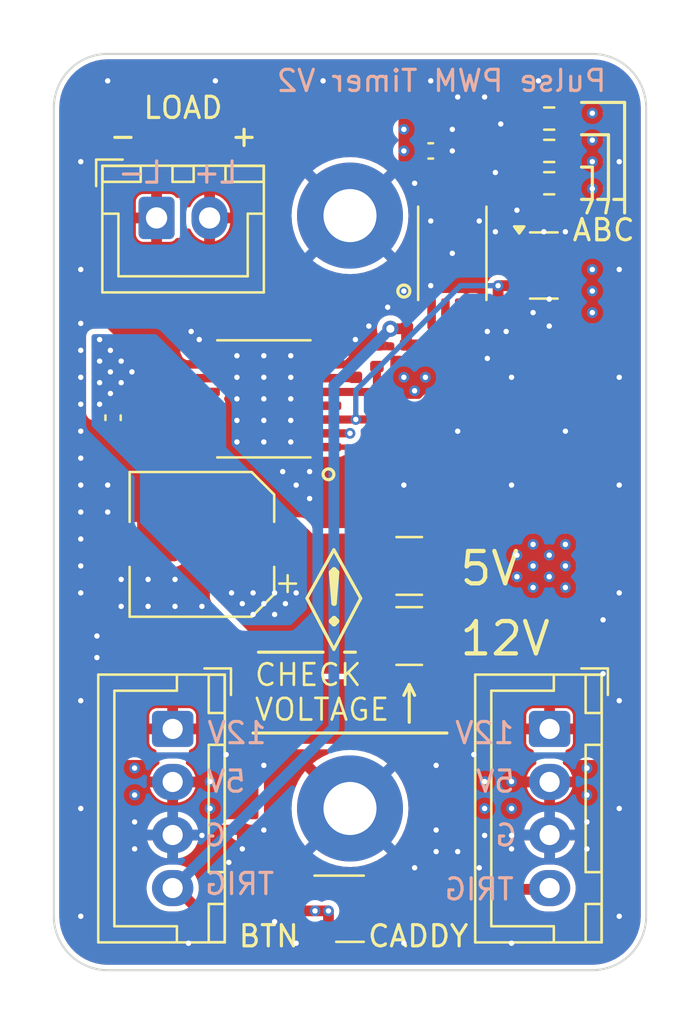
<source format=kicad_pcb>
(kicad_pcb (version 20240108) (generator "pcbnew") (generator_version "8.0")
  (layers (0 "F.Cu" signal) (1 "In1.Cu" signal) (2 "In2.Cu" signal) (31 "B.Cu" signal) (34 "B.Paste" user) (35 "F.Paste" user) (36 "B.SilkS" user "B.Silkscreen") (37 "F.SilkS" user "F.Silkscreen") (38 "B.Mask" user) (39 "F.Mask" user) (44 "Edge.Cuts" user))
  (net 0 "")
  (net 1 "GND")
  (net 2 "Net-(Q1-G)")
  (net 3 "+12V")
  (net 4 "+5V")
  (net 5 "Net-(U1-TR)")
  (net 6 "Net-(U1-CV)")
  (net 7 "Net-(U1-DIS)")
  (net 8 "BTN_TRIG")
  (net 9 "Net-(U2A-CPH)")
  (net 10 "Net-(U2A-CPL)")
  (net 11 "CADDY_TRIG")
  (net 12 "Net-(U2A-VCP)")
  (net 13 "Net-(U2A-VREF)")
  (net 14 "Net-(U2A-IPROPRI)")
  (net 16 "+VM")
  (net 17 "Net-(J3-Pin_1)")
  (net 18 "Net-(J3-Pin_2)")
  (net 19 "ON_DELAY")
  (net 20 "PULSE_OUT")
  (footprint "Capacitor_SMD:C_0402_1005Metric" (layer "F.Cu") (at 129.794 100.965 -90)
    (property "Reference" "C19" (hide yes))
    (property "Value" "100nF")
  )
  (footprint "Resistor_SMD:R_0402_1005Metric" (layer "F.Cu") (at 146.941 97.536)
    (property "Reference" "R6" (hide yes))
    (property "Value" "100k")
  )
  (footprint "Capacitor_SMD:C_0402_1005Metric" (layer "F.Cu") (at 131.572 99.977 90)
    (property "Reference" "C21" (hide yes))
    (property "Value" "100nF")
  )
  (footprint "Capacitor_SMD:C_0402_1005Metric" (layer "F.Cu") (at 142.72 101.092 180)
    (property "Reference" "C17" (hide yes))
    (property "Value" "10nF")
  )
  (footprint "Capacitor_SMD:C_0603_1608Metric" (layer "F.Cu") (at 146.812 87.63 90)
    (property "Reference" "C15" (hide yes))
    (property "Value" "10uF")
  )
  (footprint "Capacitor_SMD:C_0402_1005Metric" (layer "F.Cu") (at 145.034 97.536)
    (property "Reference" "C9" (hide yes))
    (property "Value" "1uF")
  )
  (footprint "Package_SO:HTSSOP-16-1EP_4.4x5mm_P0.65mm_EP3.4x5mm_Mask2.46x2.31mm" (layer "F.Cu") (at 136.906 100.076 180)
    (property "Reference" "U2" (hide yes))
    (property "Value" "DRV8876PWPR")
  )
  (footprint "MountingHole:MountingHole_2.5mm_Pad" (layer "F.Cu") (at 140.97 91.44)
    (property "Reference" "H2" (hide yes))
    (property "Value" "MountingHole_Pad" (hide yes))
  )
  (footprint "Package_TO_SOT_SMD:SOT-23" (layer "F.Cu") (at 140.97 124.1044)
    (property "Reference" "Q1" (hide yes))
    (property "Value" "SI2301CDS-T1-GE3" (hide yes))
  )
  (footprint "Capacitor_SMD:C_0402_1005Metric" (layer "F.Cu") (at 132.5372 101.1682 90)
    (property "Reference" "C20" (hide yes))
    (property "Value" "22nF")
  )
  (footprint "Connector_JST:JST_XH_B4B-XH-A_1x04_P2.50mm_Vertical" (layer "F.Cu") (at 132.605 115.63 -90)
    (property "Reference" "J2" (hide yes))
    (property "Value" "Action Output" (hide yes))
  )
  (footprint "Resistor_SMD:R_0402_1005Metric" (layer "F.Cu") (at 142.75 99.695 180)
    (property "Reference" "R10" (hide yes))
    (property "Value" "20k")
  )
  (footprint "Capacitor_SMD:C_0402_1005Metric" (layer "F.Cu") (at 150.876 96.012 180)
    (property "Reference" "C16" (hide yes))
    (property "Value" "100nF")
  )
  (footprint "Resistor_SMD:R_0603_1608Metric" (layer "F.Cu") (at 150.368 89.916)
    (property "Reference" "R7" (hide yes))
    (property "Value" "500k")
  )
  (footprint "Capacitor_SMD:C_0402_1005Metric" (layer "F.Cu") (at 146.05 119.888 -90)
    (property "Reference" "C8" (hide yes))
    (property "Value" "100nF")
  )
  (footprint "Capacitor_SMD:C_0402_1005Metric" (layer "F.Cu") (at 143.637 96.266 -90)
    (property "Reference" "C7" (hide yes))
    (property "Value" "10nF")
  )
  (footprint "Capacitor_SMD:C_0402_1005Metric" (layer "F.Cu") (at 146.05 122.71 -90)
    (property "Reference" "C4" (hide yes))
    (property "Value" "100nF")
  )
  (footprint "Capacitor_SMD:C_0805_2012Metric" (layer "F.Cu") (at 131.064 111.76 180)
    (property "Reference" "C13" (hide yes))
    (property "Value" "22uF")
  )
  (footprint "Connector_JST:JST_XH_B2B-XH-A_1x02_P2.50mm_Vertical" (layer "F.Cu") (at 131.846 91.55)
    (property "Reference" "J3" (hide yes))
    (property "Value" "Load")
  )
  (footprint "Capacitor_SMD:C_0402_1005Metric" (layer "F.Cu") (at 144.78 88.392)
    (property "Reference" "C2" (hide yes))
    (property "Value" "100nF")
  )
  (footprint "Resistor_SMD:R_0402_1005Metric" (layer "F.Cu") (at 143.637 98.044 90)
    (property "Reference" "R4" (hide yes))
    (property "Value" "100k")
  )
  (footprint "Capacitor_SMD:C_0402_1005Metric" (layer "F.Cu") (at 135.89 119.888 -90)
    (property "Reference" "C12" (hide yes))
    (property "Value" "100nF")
  )
  (footprint "Capacitor_SMD:C_0402_1005Metric" (layer "F.Cu") (at 148.435 96.012 180)
    (property "Reference" "C11" (hide yes))
    (property "Value" "10nF")
  )
  (footprint "Resistor_SMD:R_0402_1005Metric" (layer "F.Cu") (at 141.224 98.552 90)
    (property "Reference" "R12" (hide yes))
    (property "Value" "1k")
  )
  (footprint "Connector_JST:JST_XH_B4B-XH-A_1x04_P2.50mm_Vertical" (layer "F.Cu") (at 150.385 115.63 -90)
    (property "Reference" "J1" (hide yes))
    (property "Value" "Action Input")
  )
  (footprint "Resistor_SMD:R_0402_1005Metric" (layer "F.Cu") (at 142.24 98.044 90)
    (property "Reference" "R11" (hide yes))
    (property "Value" "27k")
  )
  (footprint "Capacitor_SMD:C_0402_1005Metric" (layer "F.Cu") (at 146.05 117.856 90)
    (property "Reference" "C6" (hide yes))
    (property "Value" "1uF")
  )
  (footprint "Capacitor_SMD:C_0402_1005Metric" (layer "F.Cu") (at 137.414 123.67 90)
    (property "Reference" "C3" (hide yes))
    (property "Value" "100nF")
  )
  (footprint "Capacitor_SMD:C_0402_1005Metric" (layer "F.Cu") (at 133.096 95.631)
    (property "Reference" "C22" (hide yes))
    (property "Value" "100nF")
  )
  (footprint "Fuse:Fuse_1210_3225Metric" (layer "F.Cu") (at 143.764 107.95 180)
    (property "Reference" "F1" (hide yes))
    (property "Value" "1.5A")
  )
  (footprint "Resistor_SMD:R_0402_1005Metric" (layer "F.Cu") (at 138.43 123.698 90)
    (property "Reference" "R2" (hide yes))
    (property "Value" "100k")
  )
  (footprint "Resistor_SMD:R_0402_1005Metric" (layer "F.Cu") (at 145.034 122.68 90)
    (property "Reference" "R3" (hide yes))
    (property "Value" "100k")
  )
  (footprint "Capacitor_SMD:C_0805_2012Metric" (layer "F.Cu") (at 151.892 111.76)
    (property "Reference" "C5" (hide yes))
    (property "Value" "22uF")
  )
  (footprint "Package_TO_SOT_SMD:SOT-23" (layer "F.Cu") (at 150.114 93.792)
    (property "Reference" "U3" (hide yes))
    (property "Value" "MAX809R")
  )
  (footprint "Capacitor_SMD:C_0402_1005Metric" (layer "F.Cu") (at 130.683 99.977 -90)
    (property "Reference" "C18" (hide yes))
    (property "Value" "100nF")
  )
  (footprint "Capacitor_SMD:C_0402_1005Metric" (layer "F.Cu") (at 135.89 117.856 90)
    (property "Reference" "C14" (hide yes))
    (property "Value" "1uF")
  )
  (footprint "Resistor_SMD:R_0603_1608Metric" (layer "F.Cu") (at 150.368 86.868)
    (property "Reference" "R9" (hide yes))
    (property "Value" "500k")
  )
  (footprint "Capacitor_SMD:C_0402_1005Metric" (layer "F.Cu") (at 148.082 90.678 90)
    (property "Reference" "C10" (hide yes))
    (property "Value" "10nF")
  )
  (footprint "Fuse:Fuse_1210_3225Metric" (layer "F.Cu") (at 143.764 111.252 180)
    (property "Reference" "F2" (hide yes))
    (property "Value" "1.5A")
  )
  (footprint "Resistor_SMD:R_0603_1608Metric" (layer "F.Cu") (at 150.368 88.392)
    (property "Reference" "R8" (hide yes))
    (property "Value" "500k")
  )
  (footprint "Package_SO:TSSOP-8_4.4x3mm_P0.65mm" (layer "F.Cu") (at 145.796 93.218 90)
    (property "Reference" "U1" (hide yes))
    (property "Value" "NE555PWR")
  )
  (footprint "Capacitor_SMD:CP_Elec_6.3x5.4" (layer "F.Cu") (at 133.985 106.934 180)
    (property "Reference" "C23" (hide yes))
    (property "Value" "47uF")
  )
  (footprint "MountingHole:MountingHole_2.5mm_Pad" (layer "F.Cu") (at 140.97 119.38)
    (property "Reference" "H1" (hide yes))
    (property "Value" "MountingHole_Pad" (hide yes))
  )
  (footprint "Resistor_SMD:R_0402_1005Metric" (layer "F.Cu") (at 145.034 98.552)
    (property "Reference" "R5" (hide yes))
    (property "Value" "100k")
  )
  (footprint "Capacitor_SMD:C_0402_1005Metric" (layer "F.Cu") (at 144.78 87.376)
    (property "Reference" "C1" (hide yes))
    (property "Value" "100nF")
  )
  (footprint "Resistor_SMD:R_0402_1005Metric" (layer "F.Cu") (at 136.398 123.698 90)
    (property "Reference" "R1" (hide yes))
    (property "Value" "1k")
  )
  (gr_line (start 152.654 90.678) (end 153.162 90.678) (stroke (width 0.15)) (layer "F.SilkS"))
  (gr_line (start 143.764 113.538) (end 143.51 114.046) (stroke (width 0.15)) (layer "F.SilkS"))
  (gr_line (start 145.542 115.824) (end 136.398 115.824) (stroke (width 0.15)) (layer "F.SilkS"))
  (gr_line (start 143.764 113.538) (end 144.018 114.046) (stroke (width 0.15)) (layer "F.SilkS"))
  (gr_line (start 141.478 109.474) (end 140.208 111.887) (stroke (width 0.15)) (layer "F.SilkS"))
  (gr_circle (center 139.954 103.632) (end 140.208 103.632) (stroke (width 0.15)) (fill none) (layer "F.SilkS"))
  (gr_line (start 136.652 112.014) (end 139.7 112.014) (stroke (width 0.15)) (layer "F.SilkS"))
  (gr_line (start 152.4 90.678) (end 152.146 91.313) (stroke (width 0.15)) (layer "F.SilkS"))
  (gr_line (start 143.764 113.538) (end 143.764 115.316) (stroke (width 0.15)) (layer "F.SilkS"))
  (gr_line (start 153.162 90.678) (end 153.035 91.313) (stroke (width 0.15)) (layer "F.SilkS"))
  (gr_line (start 153.924 90.678) (end 153.924 91.313) (stroke (width 0.15)) (layer "F.SilkS"))
  (gr_line (start 141.478 109.474) (end 140.208 107.188) (stroke (width 0.15)) (layer "F.SilkS"))
  (gr_line (start 153.416 90.678) (end 153.924 90.678) (stroke (width 0.15)) (layer "F.SilkS"))
  (gr_line (start 153.162 90.678) (end 153.162 87.63) (stroke (width 0.15)) (layer "F.SilkS"))
  (gr_circle (center 143.51 94.996) (end 143.764 94.869) (stroke (width 0.15)) (fill none) (layer "F.SilkS"))
  (gr_line (start 152.4 90.678) (end 152.4 89.154) (stroke (width 0.15)) (layer "F.SilkS"))
  (gr_line (start 141.224 112.014) (end 140.716 112.014) (stroke (width 0.15)) (layer "F.SilkS"))
  (gr_line (start 140.208 107.188) (end 138.938 109.474) (stroke (width 0.15)) (layer "F.SilkS"))
  (gr_line (start 153.162 87.63) (end 151.892 87.63) (stroke (width 0.15)) (layer "F.SilkS"))
  (gr_line (start 152.4 89.154) (end 151.892 89.154) (stroke (width 0.15)) (layer "F.SilkS"))
  (gr_line (start 140.208 111.887) (end 138.938 109.474) (stroke (width 0.15)) (layer "F.SilkS"))
  (gr_line (start 153.924 90.678) (end 153.924 86.106) (stroke (width 0.15)) (layer "F.SilkS"))
  (gr_line (start 153.924 86.106) (end 151.892 86.106) (stroke (width 0.15)) (layer "F.SilkS"))
  (gr_line (start 151.892 90.678) (end 152.4 90.678) (stroke (width 0.15)) (layer "F.SilkS"))
  (gr_line (start 127 124.46) (end 127 86.36) (stroke (width 0.1)) (layer "Edge.Cuts"))
  (gr_arc (start 129.54 127) (mid 127.743949 126.256051) (end 127 124.46) (stroke (width 0.1)) (layer "Edge.Cuts"))
  (gr_arc (start 154.94 124.46) (mid 154.196051 126.256051) (end 152.4 127) (stroke (width 0.1)) (layer "Edge.Cuts"))
  (gr_line (start 152.4 127) (end 129.54 127) (stroke (width 0.1)) (layer "Edge.Cuts"))
  (gr_arc (start 152.4 83.82) (mid 154.196051 84.563949) (end 154.94 86.36) (stroke (width 0.1)) (layer "Edge.Cuts"))
  (gr_arc (start 127 86.36) (mid 127.743949 84.563949) (end 129.54 83.82) (stroke (width 0.1)) (layer "Edge.Cuts"))
  (gr_line (start 154.94 86.36) (end 154.94 124.46) (stroke (width 0.1)) (layer "Edge.Cuts"))
  (gr_line (start 152.4 83.82) (end 129.54 83.82) (stroke (width 0.1)) (layer "Edge.Cuts"))
  (gr_text "G" (at 134.62 120.65 0) (layer "B.SilkS") (effects (font (size 1 1)) (justify mirror)))
  (gr_text "Pulse PWM Timer V2" (at 145.288 85.09 0) (layer "B.SilkS") (effects (font (size 1 1)) (justify mirror)))
  (gr_text "TRIG" (at 135.763 122.936 0) (layer "B.SilkS") (effects (font (size 1 1)) (justify mirror)))
  (gr_text "12V" (at 135.636 115.824 0) (layer "B.SilkS") (effects (font (size 1 1)) (justify mirror)))
  (gr_text "L+" (at 134.62 89.408 0) (layer "B.SilkS") (effects (font (size 1 1)) (justify mirror)))
  (gr_text "G" (at 148.336 120.65 0) (layer "B.SilkS") (effects (font (size 1 1)) (justify mirror)))
  (gr_text "5V" (at 135.128 118.11 0) (layer "B.SilkS") (effects (font (size 1 1)) (justify mirror)))
  (gr_text "12V" (at 147.32 115.824 0) (layer "B.SilkS") (effects (font (size 1 1)) (justify mirror)))
  (gr_text "TRIG" (at 147.066 123.19 0) (layer "B.SilkS") (effects (font (size 1 1)) (justify mirror)))
  (gr_text "5V" (at 147.828 118.11 0) (layer "B.SilkS") (effects (font (size 1 1)) (justify mirror)))
  (gr_text "L-" (at 131.064 89.408 0) (layer "B.SilkS") (effects (font (size 1 1)) (justify mirror)))
  (gr_text "C" (at 153.289 92.71 0) (layer "F.SilkS") (effects (font (size 1 1)) (justify left bottom)))
  (gr_text "LOAD" (at 133.096 86.36 0) (layer "F.SilkS") (effects (font (size 1 1))))
  (gr_text "5V" (at 146.05 108.966 0) (layer "F.SilkS") (effects (font (size 1.524 1.524) (thickness 0.2032)) (justify left bottom)))
  (gr_text "BTN" (at 135.636 125.984 0) (layer "F.SilkS") (effects (font (size 1 1)) (justify left bottom)))
  (gr_text "!" (at 139.446 110.998 0) (layer "F.SilkS") (effects (font (size 2.54 2.54) (thickness 0.254)) (justify left bottom)))
  (gr_text "12V" (at 146.05 112.268 0) (layer "F.SilkS") (effects (font (size 1.524 1.524) (thickness 0.2032)) (justify left bottom)))
  (gr_text "CADDY" (at 141.732 125.984 0) (layer "F.SilkS") (effects (font (size 1 1)) (justify left bottom)))
  (gr_text "CHECK\nVOLTAGE" (at 136.398 115.316 0) (layer "F.SilkS") (effects (font (size 1.016 1.016) (thickness 0.127)) (justify left bottom)))
  (gr_text "A" (at 151.384 92.71 0) (layer "F.SilkS") (effects (font (size 1 1)) (justify left bottom)))
  (gr_text "B" (at 152.273 92.71 0) (layer "F.SilkS") (effects (font (size 1 1)) (justify left bottom)))
  (gr_text "+" (at 135.255 88.265 0) (layer "F.SilkS") (effects (font (size 1 1)) (justify left bottom)))
  (gr_text "-" (at 129.54 88.265 0) (layer "F.SilkS") (effects (font (size 1 1)) (justify left bottom)))
  (segment (start 140.815 98.451) (end 139.7685 98.451) (width 0.381) (layer "F.Cu") (net 1))
  (segment (start 134.0435 102.351) (end 135.625 102.351) (width 0.25) (layer "F.Cu") (net 1))
  (segment (start 141.224 98.042) (end 140.815 98.451) (width 0.381) (layer "F.Cu") (net 1))
  (segment (start 134.0435 101.701) (end 135.535 101.701) (width 0.25) (layer "F.Cu") (net 1))
  (segment (start 139.7685 98.451) (end 138.023 98.451) (width 0.25) (layer "F.Cu") (net 1))
  (via (at 136.906 98.044) (size 0.508) (drill 0.254) (layers "F.Cu" "B.Cu") (net 1))
  (via (at 147.828 92.202) (size 0.508) (drill 0.254) (layers "F.Cu" "B.Cu") (net 1))
  (via (at 130.81 120.015) (size 0.508) (drill 0.254) (layers "F.Cu" "B.Cu") (net 1))
  (via (at 153.67 88.9) (size 0.508) (drill 0.254) (layers "F.Cu" "B.Cu") (net 1))
  (via (at 138.43 125.73) (size 0.508) (drill 0.254) (layers "F.Cu" "B.Cu") (net 1))
  (via (at 153.67 114.3) (size 0.508) (drill 0.254) (layers "F.Cu" "B.Cu") (net 1))
  (via (at 138.176 98.044) (size 0.508) (drill 0.254) (layers "F.Cu" "B.Cu") (net 1))
  (via (at 144.018 89.916) (size 0.508) (drill 0.254) (layers "F.Cu" "B.Cu") (net 1))
  (via (at 146.05 121.412) (size 0.508) (drill 0.254) (layers "F.Cu" "B.Cu") (net 1))
  (via (at 131.445 109.855) (size 0.508) (drill 0.254) (layers "F.Cu" "B.Cu") (net 1))
  (via (at 129.54 104.14) (size 0.508) (drill 0.254) (layers "F.Cu" "B.Cu") (net 1))
  (via (at 147.828 89.408) (size 0.508) (drill 0.254) (layers "F.Cu" "B.Cu") (net 1))
  (via (at 144.78 94.742) (size 0.508) (drill 0.254) (layers "F.Cu" "B.Cu") (net 1))
  (via (at 148.59 121.285) (size 0.508) (drill 0.254) (layers "F.Cu" "B.Cu") (net 1))
  (via (at 136.906 120.396) (size 0.508) (drill 0.254) (layers "F.Cu" "B.Cu") (net 1))
  (via (at 147.447 98.171) (size 0.508) (drill 0.254) (layers "F.Cu" "B.Cu") (net 1))
  (via (at 148.082 87.122) (size 0.508) (drill 0.254) (layers "F.Cu" "B.Cu") (net 1))
  (via (at 133.858 97.282) (size 0.508) (drill 0.254) (layers "F.Cu" "B.Cu") (net 1))
  (via (at 145.796 93.218) (size 0.508) (drill 0.254) (layers "F.Cu" "B.Cu") (net 1))
  (via (at 148.59 99.06) (size 0.508) (drill 0.254) (layers "F.Cu" "B.Cu") (net 1))
  (via (at 136.906 102.108) (size 0.508) (drill 0.254) (layers "F.Cu" "B.Cu") (net 1))
  (via (at 145.034 120.396) (size 0.508) (drill 0.254) (layers "F.Cu" "B.Cu") (net 1))
  (via (at 145.796 88.392) (size 0.508) (drill 0.254) (layers "F.Cu" "B.Cu") (net 1))
  (via (at 128.27 88.9) (size 0.508) (drill 0.254) (layers "F.Cu" "B.Cu") (net 1))
  (via (at 148.59 120.65) (size 0.508) (drill 0.254) (layers "F.Cu" "B.Cu") (net 1))
  (via (at 138.43 104.14) (size 0.508) (drill 0.254) (layers "F.Cu" "B.Cu") (net 1))
  (via (at 128.27 101.6) (size 0.508) (drill 0.254) (layers "F.Cu" "B.Cu") (net 1))
  (via (at 131.445 108.585) (size 0.508) (drill 0.254) (layers "F.Cu" "B.Cu") (net 1))
  (via (at 145.796 87.376) (size 0.508) (drill 0.254) (layers "F.Cu" "B.Cu") (net 1))
  (via (at 147.447 96.901) (size 0.508) (drill 0.254) (layers "F.Cu" "B.Cu") (net 1))
  (via (at 147.32 120.65) (size 0.508) (drill 0.254) (layers "F.Cu" "B.Cu") (net 1))
  (via (at 128.27 102.87) (size 0.508) (drill 0.254) (layers "F.Cu" "B.Cu") (net 1))
  (via (at 146.05 101.6) (size 0.508) (drill 0.254) (layers "F.Cu" "B.Cu") (net 1))
  (via (at 151.13 92.202) (size 0.508) (drill 0.254) (layers "F.Cu" "B.Cu") (net 1))
  (via (at 138.176 99.06) (size 0.508) (drill 0.254) (layers "F.Cu" "B.Cu") (net 1))
  (via (at 128.27 93.98) (size 0.508) (drill 0.254) (layers "F.Cu" "B.Cu") (net 1))
  (via (at 138.176 102.108) (size 0.508) (drill 0.254) (layers "F.Cu" "B.Cu") (net 1))
  (via (at 136.906 100.076) (size 0.508) (drill 0.254) (layers "F.Cu" "B.Cu") (net 1))
  (via (at 129.54 105.41) (size 0.508) (drill 0.254) (layers "F.Cu" "B.Cu") (net 1))
  (via (at 144.78 91.694) (size 0.508) (drill 0.254) (layers "F.Cu" "B.Cu") (net 1))
  (via (at 152.146 121.285) (size 0.508) (drill 0.254) (layers "F.Cu" "B.Cu") (net 1))
  (via (at 135.636 102.108) (size 0.508) (drill 0.254) (layers "F.Cu" "B.Cu") (net 1))
  (via (at 128.27 119.38) (size 0.508) (drill 0.254) (layers "F.Cu" "B.Cu") (net 1))
  (via (at 135.636 98.044) (size 0.508) (drill 0.254) (layers "F.Cu" "B.Cu") (net 1))
  (via (at 148.336 96.901) (size 0.508) (drill 0.254) (layers "F.Cu" "B.Cu") (net 1))
  (via (at 135.89 121.285) (size 0.508) (drill 0.254) (layers "F.Cu" "B.Cu") (net 1))
  (via (at 143.51 104.14) (size 0.508) (drill 0.254) (layers "F.Cu" "B.Cu") (net 1))
  (via (at 135.636 101.092) (size 0.508) (drill 0.254) (layers "F.Cu" "B.Cu") (net 1))
  (via (at 143.51 94.996) (size 0.508) (drill 0.254) (layers "F.Cu" "B.Cu") (net 1))
  (via (at 128.27 96.52) (size 0.508) (drill 0.254) (layers "F.Cu" "B.Cu") (net 1))
  (via (at 150.114 92.202) (size 0.508) (drill 0.254) (layers "F.Cu" "B.Cu") (net 1))
  (via (at 145.034 117.348) (size 0.508) (drill 0.254) (layers "F.Cu" "B.Cu") (net 1))
  (via (at 129.032 111.252) (size 0.508) (drill 0.254) (layers "F.Cu" "B.Cu") (net 1))
  (via (at 141.859 96.647) (size 0.508) (drill 0.254) (layers "F.Cu" "B.Cu") (net 1))
  (via (at 135.636 100.076) (size 0.508) (drill 0.254) (layers "F.Cu" "B.Cu") (net 1))
  (via (at 134.62 85.09) (size 0.508) (drill 0.254) (layers "F.Cu" "B.Cu") (net 1))
  (via (at 137.414 124.714) (size 0.508) (drill 0.254) (layers "F.Cu" "B.Cu") (net 1))
  (via (at 142.748 95.758) (size 0.508) (drill 0.254) (layers "F.Cu" "B.Cu") (net 1))
  (via (at 129.54 85.09) (size 0.508) (drill 0.254) (layers "F.Cu" "B.Cu") (net 1))
  (via (at 139.065 103.505) (size 0.508) (drill 0.254) (layers "F.Cu" "B.Cu") (net 1))
  (via (at 149.606 96.012) (size 0.508) (drill 0.254) (layers "F.Cu" "B.Cu") (net 1))
  (via (at 128.27 97.79) (size 0.508) (drill 0.254) (layers "F.Cu" "B.Cu") (net 1))
  (via (at 150.368 95.377) (size 0.508) (drill 0.254) (layers "F.Cu" "B.Cu") (net 1))
  (via (at 147.066 91.694) (size 0.508) (drill 0.254) (layers "F.Cu" "B.Cu") (net 1))
  (via (at 149.86 85.09) (size 0.508) (drill 0.254) (layers "F.Cu" "B.Cu") (net 1))
  (via (at 153.67 99.06) (size 0.508) (drill 0.254) (layers "F.Cu" "B.Cu") (net 1))
  (via (at 130.81 121.285) (size 0.508) (drill 0.254) (layers "F.Cu" "B.Cu") (net 1))
  (via (at 128.27 106.68) (size 0.508) (drill 0.254) (layers "F.Cu" "B.Cu") (net 1))
  (via (at 128.27 100.33) (size 0.508) (drill 0.254) (layers "F.Cu" "B.Cu") (net 1))
  (via (at 138.176 100.076) (size 0.508) (drill 0.254) (layers "F.Cu" "B.Cu") (net 1))
  (via (at 153.67 93.98) (size 0.508) (drill 0.254) (layers "F.Cu" "B.Cu") (net 1))
  (via (at 130.175 109.855) (size 0.508) (drill 0.254) (layers "F.Cu" "B.Cu") (net 1))
  (via (at 143.51 125.73) (size 0.508) (drill 0.254) (layers "F.Cu" "B.Cu") (net 1))
  (via (at 139.065 104.775) (size 0.508) (drill 0.254) (layers "F.Cu" "B.Cu") (net 1))
  (via (at 148.59 125.73) (size 0.508) (drill 0.254) (layers "F.Cu" "B.Cu") (net 1))
  (via (at 133.985 120.65) (size 0.508) (drill 0.254) (layers "F.Cu" "B.Cu") (net 1))
  (via (at 147.066 122.174) (size 0.508) (drill 0.254) (layers "F.Cu" "B.Cu") (net 1))
  (via (at 152.146 120.015) (size 0.508) (drill 0.254) (layers "F.Cu" "B.Cu") (net 1))
  (via (at 137.795 103.505) (size 0.508) (drill 0.254) (layers "F.Cu" "B.Cu") (net 1))
  (via (at 128.27 124.46) (size 0.508) (drill 0.254) (layers "F.Cu" "B.Cu") (net 1))
  (via (at 136.906 101.092) (size 0.508) (drill 0.254) (layers "F.Cu" "B.Cu") (net 1))
  (via (at 153.67 109.22) (size 0.508) (drill 0.254) (layers "F.Cu" "B.Cu") (net 1))
  (via (at 133.985 109.855) (size 0.508) (drill 0.254) (layers "F.Cu" "B.Cu") (net 1))
  (via (at 153.67 104.14) (size 0.508) (drill 0.254) (layers "F.Cu" "B.Cu") (net 1))
  (via (at 141.224 97.282) (size 0.508) (drill 0.254) (layers "F.Cu" "B.Cu") (net 1))
  (via (at 135.128 116.84) (size 0.508) (drill 0.254) (layers "F.Cu" "B.Cu") (net 1))
  (via (at 130.175 108.585) (size 0.508) (drill 0.254) (layers "F.Cu" "B.Cu") (net 1))
  (via (at 128.27 99.06) (size 0.508) (drill 0.254) (layers "F.Cu" "B.Cu") (net 1))
  (via (at 146.812 116.84) (size 0.508) (drill 0.254) (layers "F.Cu" "B.Cu") (net 1))
  (via (at 129.032 112.268) (size 0.508) (drill 0.254) (layers "F.Cu" "B.Cu") (net 1))
  (via (at 128.27 114.3) (size 0.508) (drill 0.254) (layers "F.Cu" "B.Cu") (net 1))
  (via (at 152.908 110.49) (size 0.508) (drill 0.254) (layers "F.Cu" "B.Cu") (net 1))
  (via (at 144.78 85.09) (size 0.508) (drill 0.254) (layers "F.Cu" "B.Cu") (net 1))
  (via (at 145.034 121.412) (size 0.508) (drill 0.254) (layers "F.Cu" "B.Cu") (net 1))
  (via (at 148.59 104.14) (size 0.508) (drill 0.254) (layers "F.Cu" "B.Cu") (net 1))
  (via (at 146.05 85.852) (size 0.508) (drill 0.254) (layers "F.Cu" "B.Cu") (net 1))
  (via (at 128.27 109.22) (size 0.508) (drill 0.254) (layers "F.Cu" "B.Cu") (net 1))
  (via (at 132.715 108.585) (size 0.508) (drill 0.254) (layers "F.Cu" "B.Cu") (net 1))
  (via (at 139.7 85.09) (size 0.508) (drill 0.254) (layers "F.Cu" "B.Cu") (net 1))
  (via (at 152.908 113.03) (size 0.508) (drill 0.254) (layers "F.Cu" "B.Cu") (net 1))
  (via (at 136.906 117.348) (size 0.508) (drill 0.254) (layers "F.Cu" "B.Cu") (net 1))
  (via (at 136.906 99.06) (size 0.508) (drill 0.254) (layers "F.Cu" "B.Cu") (net 1))
  (via (at 147.32 85.852) (size 0.508) (drill 0.254) (layers "F.Cu" "B.Cu") (net 1))
  (via (at 150.368 96.647) (size 0.508) (drill 0.254) (layers "F.Cu" "B.Cu") (net 1))
  (via (at 135.636 99.06) (size 0.508) (drill 0.254) (layers "F.Cu" "B.Cu") (net 1))
  (via (at 153.67 119.38) (size 0.508) (drill 0.254) (layers "F.Cu" "B.Cu") (net 1))
  (via (at 128.27 105.41) (size 0.508) (drill 0.254) (layers "F.Cu" "B.Cu") (net 1))
  (via (at 138.176 101.092) (size 0.508) (drill 0.254) (layers "F.Cu" "B.Cu") (net 1))
  (via (at 133.477 96.901) (size 0.508) (drill 0.254) (layers "F.Cu" "B.Cu") (net 1))
  (via (at 132.715 109.855) (size 0.508) (drill 0.254) (layers "F.Cu" "B.Cu") (net 1))
  (via (at 153.67 124.46) (size 0.508) (drill 0.254) (layers "F.Cu" "B.Cu") (net 1))
  (via (at 151.13 101.6) (size 0.508) (drill 0.254) (layers "F.Cu" "B.Cu") (net 1))
  (via (at 144.018 122.174) (size 0.508) (drill 0.254) (layers "F.Cu" "B.Cu") (net 1))
  (via (at 128.27 104.14) (size 0.508) (drill 0.254) (layers "F.Cu" "B.Cu") (net 1))
  (via (at 135.255 121.92) (size 0.508) (drill 0.254) (layers "F.Cu" "B.Cu") (net 1))
  (via (at 133.35 125.73) (size 0.508) (drill 0.254) (layers "F.Cu" "B.Cu") (net 1))
  (via (at 128.27 107.95) (size 0.508) (drill 0.254) (layers "F.Cu" "B.Cu") (net 1))
  (via (at 148.844 91.186) (size 0.508) (drill 0.254) (layers "F.Cu" "B.Cu") (net 1))
  (segment (start 138.43 123.188) (end 139.9989 123.188) (width 0.508) (layer "F.Cu") (net 2))
  (segment (start 137.414 123.19) (end 138.428 123.19) (width 0.508) (layer "F.Cu") (net 2))
  (segment (start 136.398 123.188) (end 137.412 123.188) (width 0.508) (layer "F.Cu") (net 2))
  (segment (start 138.428 123.19) (end 138.43 123.188) (width 0.508) (layer "F.Cu") (net 2))
  (segment (start 137.412 123.188) (end 137.414 123.19) (width 0.508) (layer "F.Cu") (net 2))
  (segment (start 139.9989 123.188) (end 140.0325 123.1544) (width 0.508) (layer "F.Cu") (net 2))
  (segment (start 139.954 124.206) (end 138.432 124.206) (width 0.508) (layer "F.Cu") (net 4))
  (segment (start 140.97 101.701) (end 139.7685 101.701) (width 0.381) (layer "F.Cu") (net 4))
  (segment (start 139.954 124.9759) (end 140.0325 125.0544) (width 0.508) (layer "F.Cu") (net 4))
  (segment (start 138.432 124.206) (end 138.43 124.208) (width 0.508) (layer "F.Cu") (net 4))
  (segment (start 139.954 124.206) (end 139.954 124.9759) (width 0.508) (layer "F.Cu") (net 4))
  (via (at 130.81 118.745) (size 0.508) (drill 0.254) (layers "F.Cu" "B.Cu") (net 4))
  (via (at 143.51 87.376) (size 0.508) (drill 0.254) (layers "F.Cu" "B.Cu") (net 4))
  (via (at 151.13 107.95) (size 0.508) (drill 0.254) (layers "F.Cu" "B.Cu") (net 4))
  (via (at 134.366 119.38) (size 0.508) (drill 0.254) (layers "F.Cu" "B.Cu") (net 4))
  (via (at 139.319 124.206) (size 0.508) (drill 0.254) (layers "F.Cu" "B.Cu") (net 4))
  (via (at 152.4 90.17) (size 0.508) (drill 0.254) (layers "F.Cu" "B.Cu") (net 4))
  (via (at 147.32 119.38) (size 0.508) (drill 0.254) (layers "F.Cu" "B.Cu") (net 4))
  (via (at 147.32 118.11) (size 0.508) (drill 0.254) (layers "F.Cu" "B.Cu") (net 4))
  (via (at 152.4 86.614) (size 0.508) (drill 0.254) (layers "F.Cu" "B.Cu") (net 4))
  (via (at 149.606 108.966) (size 0.508) (drill 0.254) (layers "F.Cu" "B.Cu") (net 4))
  (via (at 149.606 106.934) (size 0.508) (drill 0.254) (layers "F.Cu" "B.Cu") (net 4))
  (via (at 134.366 118.11) (size 0.508) (drill 0.254) (layers "F.Cu" "B.Cu") (net 4))
  (via (at 152.4 88.9) (size 0.508) (drill 0.254) (layers "F.Cu" "B.Cu") (net 4))
  (via (at 143.51 88.392) (size 0.508) (drill 0.254) (layers "F.Cu" "B.Cu") (net 4))
  (via (at 152.4 87.884) (size 0.508) (drill 0.254) (layers "F.Cu" "B.Cu") (net 4))
  (via (at 149.606 107.95) (size 0.508) (drill 0.254) (layers "F.Cu" "B.Cu") (net 4))
  (via (at 148.844 107.442) (size 0.508) (drill 0.254) (layers "F.Cu" "B.Cu") (net 4))
  (via (at 139.954 124.206) (size 0.508) (drill 0.254) (layers "F.Cu" "B.Cu") (net 4))
  (via (at 150.368 108.458) (size 0.508) (drill 0.254) (layers "F.Cu" "B.Cu") (net 4))
  (via (at 148.59 118.11) (size 0.508) (drill 0.254) (layers "F.Cu" "B.Cu") (net 4))
  (via (at 152.146 118.745) (size 0.508) (drill 0.254) (layers "F.Cu" "B.Cu") (net 4))
  (via (at 148.844 108.458) (size 0.508) (drill 0.254) (layers "F.Cu" "B.Cu") (net 4))
  (via (at 152.4 93.98) (size 0.508) (drill 0.254) (layers "F.Cu" "B.Cu") (net 4))
  (via (at 150.368 107.442) (size 0.508) (drill 0.254) (layers "F.Cu" "B.Cu") (net 4))
  (via (at 151.13 106.934) (size 0.508) (drill 0.254) (layers "F.Cu" "B.Cu") (net 4))
  (via (at 151.13 108.966) (size 0.508) (drill 0.254) (layers "F.Cu" "B.Cu") (net 4))
  (via (at 144.526 99.06) (size 0.508) (drill 0.254) (layers "F.Cu" "B.Cu") (net 4))
  (via (at 143.51 99.06) (size 0.508) (drill 0.254) (layers "F.Cu" "B.Cu") (net 4))
  (via (at 144.018 99.695) (size 0.508) (drill 0.254) (layers "F.Cu" "B.Cu") (net 4))
  (via (at 152.146 117.475) (size 0.508) (drill 0.254) (layers "F.Cu" "B.Cu") (net 4))
  (via (at 130.81 117.475) (size 0.508) (drill 0.254) (layers "F.Cu" "B.Cu") (net 4))
  (via (at 140.97 101.701) (size 0.508) (drill 0.254) (layers "F.Cu" "B.Cu") (net 4))
  (via (at 148.59 119.38) (size 0.508) (drill 0.254) (layers "F.Cu" "B.Cu") (net 4))
  (via (at 152.4 94.996) (size 0.508) (drill 0.254) (layers "F.Cu" "B.Cu") (net 4))
  (via (at 152.4 96.012) (size 0.508) (drill 0.254) (layers "F.Cu" "B.Cu") (net 4))
  (segment (start 145.471 96.0805) (end 145.471 97.493) (width 0.25) (layer "F.Cu") (net 5))
  (segment (start 145.471 97.493) (end 145.514 97.536) (width 0.25) (layer "F.Cu") (net 5))
  (segment (start 145.514 98.522) (end 145.544 98.552) (width 0.25) (layer "F.Cu") (net 5))
  (segment (start 145.514 97.536) (end 145.514 98.522) (width 0.508) (layer "F.Cu") (net 5))
  (segment (start 146.9285 90.198) (end 146.771 90.3555) (width 0.25) (layer "F.Cu") (net 6))
  (segment (start 148.082 90.198) (end 146.9285 90.198) (width 0.508) (layer "F.Cu") (net 6))
  (segment (start 145.471 89.225) (end 145.471 90.3555) (width 0.254) (layer "F.Cu") (net 7))
  (segment (start 146.121 89.096) (end 145.6 89.096) (width 0.254) (layer "F.Cu") (net 7))
  (segment (start 146.812 88.405) (end 146.121 89.096) (width 0.381) (layer "F.Cu") (net 7))
  (segment (start 146.121 89.096) (end 146.121 90.3555) (width 0.254) (layer "F.Cu") (net 7))
  (segment (start 145.6 89.096) (end 145.471 89.225) (width 0.254) (layer "F.Cu") (net 7))
  (segment (start 144.552 97.534) (end 144.554 97.536) (width 0.25) (layer "F.Cu") (net 8))
  (segment (start 143.609 96.774) (end 143.637 96.746) (width 0.25) (layer "F.Cu") (net 8))
  (segment (start 142.875 96.774) (end 143.609 96.774) (width 0.508) (layer "F.Cu") (net 8))
  (segment (start 132.782 123.13) (end 133.86 124.208) (width 0.508) (layer "F.Cu") (net 8))
  (segment (start 133.86 124.208) (end 136.398 124.208) (width 0.508) (layer "F.Cu") (net 8))
  (segment (start 143.637 97.534) (end 144.552 97.534) (width 0.508) (layer "F.Cu") (net 8))
  (segment (start 132.605 123.13) (end 132.782 123.13) (width 0.508) (layer "F.Cu") (net 8))
  (segment (start 143.637 97.534) (end 143.637 96.746) (width 0.508) (layer "F.Cu") (net 8))
  (via (at 142.875 96.774) (size 0.762) (drill 0.381) (layers "F.Cu" "B.Cu") (net 8))
  (segment (start 140.208 99.441) (end 140.208 115.57) (width 0.508) (layer "B.Cu") (net 8))
  (segment (start 142.875 96.774) (end 140.208 99.441) (width 0.508) (layer "B.Cu") (net 8))
  (segment (start 140.208 115.57) (end 132.648 123.13) (width 0.508) (layer "B.Cu") (net 8))
  (segment (start 132.648 123.13) (end 132.605 123.13) (width 0.508) (layer "B.Cu") (net 8))
  (segment (start 133.014988 100.6882) (end 133.302188 100.401) (width 0.25) (layer "F.Cu") (net 9))
  (segment (start 133.302188 100.401) (end 134.0435 100.401) (width 0.25) (layer "F.Cu") (net 9))
  (segment (start 132.5372 100.6882) (end 133.014988 100.6882) (width 0.25) (layer "F.Cu") (net 9))
  (segment (start 134.0435 101.051) (end 133.302188 101.051) (width 0.25) (layer "F.Cu") (net 10))
  (segment (start 133.302188 101.051) (end 132.704988 101.6482) (width 0.25) (layer "F.Cu") (net 10))
  (segment (start 132.704988 101.6482) (end 132.5372 101.6482) (width 0.25) (layer "F.Cu") (net 10))
  (segment (start 141.9075 124.1044) (end 144.1196 124.1044) (width 0.508) (layer "F.Cu") (net 11))
  (segment (start 144.1196 124.1044) (end 145.034 123.19) (width 0.508) (layer "F.Cu") (net 11))
  (segment (start 146.05 123.19) (end 150.325 123.19) (width 0.508) (layer "F.Cu") (net 11))
  (segment (start 150.325 123.19) (end 150.385 123.13) (width 0.508) (layer "F.Cu") (net 11))
  (segment (start 146.05 123.19) (end 145.034 123.19) (width 0.508) (layer "F.Cu") (net 11))
  (segment (start 133.294 99.751) (end 134.0435 99.751) (width 0.254) (layer "F.Cu") (net 12))
  (segment (start 131.953 100.076) (end 132.969 100.076) (width 0.254) (layer "F.Cu") (net 12))
  (segment (start 132.969 100.076) (end 133.294 99.751) (width 0.254) (layer "F.Cu") (net 12))
  (segment (start 131.572 100.457) (end 131.953 100.076) (width 0.254) (layer "F.Cu") (net 12))
  (segment (start 142.184 99.751) (end 142.24 99.695) (width 0.25) (layer "F.Cu") (net 13))
  (segment (start 142.24 99.695) (end 142.24 98.554) (width 0.381) (layer "F.Cu") (net 13))
  (segment (start 139.7685 99.751) (end 142.184 99.751) (width 0.381) (layer "F.Cu") (net 13))
  (segment (start 139.7685 99.101) (end 141.185 99.101) (width 0.381) (layer "F.Cu") (net 14))
  (segment (start 141.185 99.101) (end 141.224 99.062) (width 0.25) (layer "F.Cu") (net 14))
  (via (at 129.159 99.314) (size 0.508) (drill 0.254) (layers "F.Cu" "B.Cu") (net 16))
  (via (at 136.906 109.728) (size 0.508) (drill 0.254) (layers "F.Cu" "B.Cu") (net 16))
  (via (at 137.414 109.22) (size 0.508) (drill 0.254) (layers "F.Cu" "B.Cu") (net 16))
  (via (at 130.175 99.314) (size 0.508) (drill 0.254) (layers "F.Cu" "B.Cu") (net 16))
  (via (at 135.382 109.22) (size 0.508) (drill 0.254) (layers "F.Cu" "B.Cu") (net 16))
  (via (at 138.43 109.22) (size 0.508) (drill 0.254) (layers "F.Cu" "B.Cu") (net 16))
  (via (at 135.89 109.728) (size 0.508) (drill 0.254) (layers "F.Cu" "B.Cu") (net 16))
  (via (at 129.159 100.33) (size 0.508) (drill 0.254) (layers "F.Cu" "B.Cu") (net 16))
  (via (at 129.667 98.806) (size 0.508) (drill 0.254) (layers "F.Cu" "B.Cu") (net 16))
  (via (at 137.414 110.236) (size 0.508) (drill 0.254) (layers "F.Cu" "B.Cu") (net 16))
  (via (at 136.398 110.236) (size 0.508) (drill 0.254) (layers "F.Cu" "B.Cu") (net 16))
  (via (at 130.175 98.298) (size 0.508) (drill 0.254) (layers "F.Cu" "B.Cu") (net 16))
  (via (at 136.398 109.22) (size 0.508) (drill 0.254) (layers "F.Cu" "B.Cu") (net 16))
  (via (at 137.922 109.728) (size 0.508) (drill 0.254) (layers "F.Cu" "B.Cu") (net 16))
  (via (at 129.667 97.79) (size 0.508) (drill 0.254) (layers "F.Cu" "B.Cu") (net 16))
  (via (at 130.683 98.806) (size 0.508) (drill 0.254) (layers "F.Cu" "B.Cu") (net 16))
  (via (at 129.159 98.298) (size 0.508) (drill 0.254) (layers "F.Cu" "B.Cu") (net 16))
  (via (at 129.667 99.822) (size 0.508) (drill 0.254) (layers "F.Cu" "B.Cu") (net 16))
  (via (at 129.159 97.282) (size 0.508) (drill 0.254) (layers "F.Cu" "B.Cu") (net 16))
  (segment (start 141.242537 101.047555) (end 142.195555 101.047555) (width 0.381) (layer "F.Cu") (net 19))
  (segment (start 147.955 96.012) (end 146.8395 96.012) (width 0.508) (layer "F.Cu") (net 19))
  (segment (start 141.242537 101.047555) (end 141.239092 101.051) (width 0.381) (layer "F.Cu") (net 19))
  (segment (start 146.8395 96.012) (end 146.771 96.0805) (width 0.25) (layer "F.Cu") (net 19))
  (segment (start 147.955 94.742) (end 147.955 96.012) (width 0.508) (layer "F.Cu") (net 19))
  (segment (start 142.195555 101.047555) (end 142.24 101.092) (width 0.381) (layer "F.Cu") (net 19))
  (segment (start 149.1765 94.742) (end 147.955 94.742) (width 0.508) (layer "F.Cu") (net 19))
  (segment (start 141.239092 101.051) (end 139.7685 101.051) (width 0.381) (layer "F.Cu") (net 19))
  (via (at 141.242537 101.047555) (size 0.508) (drill 0.254) (layers "F.Cu" "B.Cu") (net 19))
  (via (at 147.955 94.742) (size 0.508) (drill 0.254) (layers "F.Cu" "B.Cu") (net 19))
  (segment (start 141.242537 101.047555) (end 141.242537 99.676463) (width 0.25) (layer "B.Cu") (net 19))
  (segment (start 141.242537 99.676463) (end 146.177 94.742) (width 0.25) (layer "B.Cu") (net 19))
  (segment (start 146.177 94.742) (end 147.955 94.742) (width 0.25) (layer "B.Cu") (net 19))
  (segment (start 146.431 99.441) (end 143.521 102.351) (width 0.25) (layer "F.Cu") (net 20))
  (segment (start 146.431 97.536) (end 146.431 99.441) (width 0.25) (layer "F.Cu") (net 20))
  (segment (start 146.121 96.0805) (end 146.121 97.226) (width 0.25) (layer "F.Cu") (net 20))
  (segment (start 143.521 102.351) (end 139.7685 102.351) (width 0.25) (layer "F.Cu") (net 20))
  (segment (start 146.121 97.226) (end 146.431 97.536) (width 0.25) (layer "F.Cu") (net 20))
  (zone (net 4) (net_name "+5V") (layer "F.Cu") (priority 2) (connect_pads thru_hole_only (clearance 0.254)) (min_thickness 0.25) (fill yes (thermal_gap 0.254) (thermal_bridge_width 0.508))
    (polygon (pts (xy 142.875 100.076) (xy 142.875 98.044) (xy 145.034 98.044) (xy 145.034 99.314) (xy 144.272 100.076311)))
  )
  (zone (net 4) (net_name "+5V") (layer "F.Cu") (priority 3) (connect_pads thru_hole_only (clearance 0.254)) (min_thickness 0.25) (fill yes (thermal_gap 0.254) (thermal_bridge_width 0.508))
    (polygon (pts (xy 151.003 94.742) (xy 150.241 93.98) (xy 150.241 93.345) (xy 153.035 93.345) (xy 153.035 96.52) (xy 151.003 96.52)))
  )
  (zone (net 1) (net_name "GND") (layer "F.Cu") (priority 1) (connect_pads (clearance 0.254)) (min_thickness 0.25) (fill yes (thermal_gap 0.254) (thermal_bridge_width 0.508))
    (polygon (pts (xy 124.46 81.28) (xy 124.46 129.54) (xy 157.48 129.54) (xy 157.48 81.28)))
  )
  (zone (net 4) (net_name "+5V") (layer "F.Cu") (priority 2) (connect_pads thru_hole_only (clearance 0.254)) (min_thickness 0.25) (fill yes (thermal_gap 0.127) (thermal_bridge_width 0.508))
    (polygon (pts (xy 152.908 117.094) (xy 147.574 117.094) (xy 146.812 117.856) (xy 145.288 117.856) (xy 145.288 119.888) (xy 149.098 119.888) (xy 149.606 119.38) (xy 152.908 119.38)))
  )
  (zone (net 17) (net_name "Net-(J3-Pin_1)") (layer "F.Cu") (priority 3) (connect_pads thru_hole_only (clearance 0.254)) (min_thickness 0.25) (fill yes (thermal_gap 0.127) (thermal_bridge_width 0.508))
    (polygon (pts (xy 133.985 98.6536) (xy 131.445 98.6536) (xy 129.413 96.647) (xy 129.413 90.17) (xy 130.048 89.535) (xy 132.334 89.535) (xy 132.969 90.17) (xy 132.969 97.917) (xy 133.985 97.917)))
  )
  (zone (net 4) (net_name "+5V") (layer "F.Cu") (priority 2) (connect_pads thru_hole_only (clearance 0.254)) (min_thickness 0.25) (fill yes (thermal_gap 0.254) (thermal_bridge_width 0.508))
    (polygon (pts (xy 144.018 109.474) (xy 144.018 106.426) (xy 151.638 106.426) (xy 151.638 109.474)))
  )
  (zone (net 7) (net_name "Net-(U1-DIS)") (layer "F.Cu") (priority 3) (connect_pads yes (clearance 0.254)) (min_thickness 0.25) (fill yes (thermal_gap 0.5) (thermal_bridge_width 0.5))
    (polygon (pts (xy 148.844 86.106) (xy 150.114 86.106) (xy 150.114 90.678) (xy 148.844 90.678) (xy 148.844 89.408) (xy 148.336 88.9) (xy 146.304 88.9) (xy 146.304 87.884) (xy 148.336 87.884) (xy 148.844 87.376)))
  )
  (zone (net 3) (net_name "+12V") (layer "F.Cu") (priority 2) (connect_pads thru_hole_only (clearance 0.254)) (min_thickness 0.25) (fill yes (thermal_gap 0.127) (thermal_bridge_width 0.508))
    (polygon (pts (xy 131.318 110.49) (xy 144.018 110.49) (xy 144.018 109.728) (xy 151.638 109.728) (xy 151.638 112.522) (xy 152.908 113.792) (xy 152.908 116.84) (xy 147.574 116.84) (xy 147.066 116.332) (xy 134.874 116.332) (xy 134.366 116.84) (xy 130.048 116.84) (xy 130.048 113.792) (xy 131.318 112.522)))
  )
  (zone (net 4) (net_name "+5V") (layer "F.Cu") (priority 2) (connect_pads thru_hole_only (clearance 0.254)) (min_thickness 0.25) (fill yes (thermal_gap 0.127) (thermal_bridge_width 0.508))
    (polygon (pts (xy 130.048 117.094) (xy 134.366 117.094) (xy 135.128 117.856) (xy 136.652 117.856) (xy 136.652 119.888) (xy 134.112 119.888) (xy 133.604 119.38) (xy 130.048 119.38)))
  )
  (zone (net 1) (net_name "GND") (layer "F.Cu") (priority 1) (connect_pads yes (clearance 0.254)) (min_thickness 0.25) (fill yes (thermal_gap 0.254) (thermal_bridge_width 0.508))
    (polygon (pts (xy 133.223 96.393) (xy 133.223 98.171) (xy 135.509 98.171) (xy 135.509 96.393)))
  )
  (zone (net 16) (net_name "+VM") (layer "F.Cu") (priority 3) (connect_pads thru_hole_only (clearance 0.254)) (min_thickness 0.25) (fill yes (thermal_gap 0.127) (thermal_bridge_width 0.508))
    (polygon (pts (xy 139.192 106.426) (xy 138.684 105.918) (xy 134.62 105.918) (xy 134.62 109.474) (xy 138.176 113.03) (xy 142.748 113.03) (xy 143.764 112.014) (xy 143.764 107.442) (xy 142.748 106.426)))
  )
  (zone (net 1) (net_name "GND") (layer "F.Cu") (priority 2) (connect_pads yes (clearance 0.254)) (min_thickness 0.25) (fill yes (thermal_gap 0.5) (thermal_bridge_width 0.5))
    (polygon (pts (xy 144.78 86.614) (xy 144.78 89.281) (xy 146.304 89.281) (xy 146.304 86.614)))
  )
  (zone (net 1) (net_name "GND") (layer "F.Cu") (priority 2) (connect_pads yes (clearance 0.254)) (min_thickness 0.25) (fill yes (thermal_gap 0.5) (thermal_bridge_width 0.5))
    (polygon (pts (xy 141.224 96.139) (xy 141.224 98.044) (xy 141.478 98.044) (xy 141.732 97.79) (xy 142.621 97.79) (xy 142.621 96.139)))
  )
  (zone (net 4) (net_name "+5V") (layer "F.Cu") (priority 3) (connect_pads yes (clearance 0.254)) (min_thickness 0.25) (fill yes (thermal_gap 0.5) (thermal_bridge_width 0.5))
    (polygon (pts (xy 143.256 86.868) (xy 143.256 88.9) (xy 143.764 88.9) (xy 144.526 89.662) (xy 144.526 91.0844) (xy 145.034 91.0844) (xy 145.034 89.154) (xy 144.672164 88.752) (xy 144.653 86.868)))
  )
  (zone (net 4) (net_name "+5V") (layer "F.Cu") (priority 3) (connect_pads yes (clearance 0.254)) (min_thickness 0.25) (fill yes (thermal_gap 0.5) (thermal_bridge_width 0.5))
    (polygon (pts (xy 150.622 86.106) (xy 152.908 86.106) (xy 152.908 90.678) (xy 150.622 90.678)))
  )
  (zone (net 16) (net_name "+VM") (layer "F.Cu") (priority 2) (connect_pads yes (clearance 0.254)) (min_thickness 0.25) (fill yes (thermal_gap 0.5) (thermal_bridge_width 0.5))
    (polygon (pts (xy 133.858 97.028) (xy 128.778 97.028) (xy 128.778 100.838) (xy 133.858 100.838)))
  )
  (zone (net 18) (net_name "Net-(J3-Pin_2)") (layer "F.Cu") (priority 3) (connect_pads thru_hole_only (clearance 0.254)) (min_thickness 0.25) (fill yes (thermal_gap 0.127) (thermal_bridge_width 0.508))
    (polygon (pts (xy 138.938 98.044) (xy 138.938 97.282) (xy 134.62 97.282) (xy 133.223 95.885) (xy 133.223 90.17) (xy 133.858 89.535) (xy 136.144 89.535) (xy 136.779 90.17) (xy 136.779 91.567) (xy 140.589 95.377) (xy 140.589 98.044)))
  )
  (zone (net 16) (net_name "+VM") (layer "B.Cu") (priority 2) (connect_pads thru_hole_only (clearance 0.254)) (min_thickness 0.25) (fill yes (thermal_gap 0.254) (thermal_bridge_width 0.508))
    (polygon (pts (xy 131.826 97.028) (xy 135.128 100.33) (xy 135.128 102.362) (xy 138.938 106.172) (xy 138.938 109.982) (xy 138.176 110.744) (xy 135.89 110.744) (xy 131.064 105.918) (xy 131.064 103.632) (xy 128.778 101.346) (xy 128.778 97.028)))
  )
  (zone (net 1) (net_name "GND") (layer "B.Cu") (priority 1) (connect_pads (clearance 0.254)) (min_thickness 0.25) (fill yes (thermal_gap 0.254) (thermal_bridge_width 0.508))
    (polygon (pts (xy 124.46 81.28) (xy 124.46 129.54) (xy 157.48 129.54) (xy 157.48 81.28)))
  )
)
</source>
